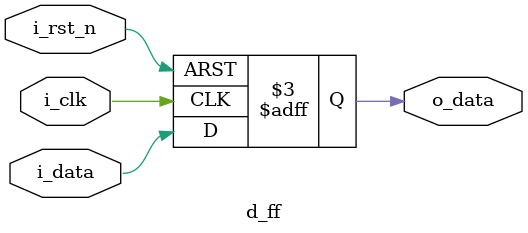
<source format=v>
module d_ff
#(parameter N=1)(
input i_clk, i_rst_n,
input signed [N-1:0] i_data,
output reg signed [N-1:0] o_data);

always @(posedge i_clk, negedge i_rst_n) begin
	if(!i_rst_n) begin
		o_data<=0;
		end
	else begin
		o_data<=i_data;
		end
	end
endmodule

</source>
